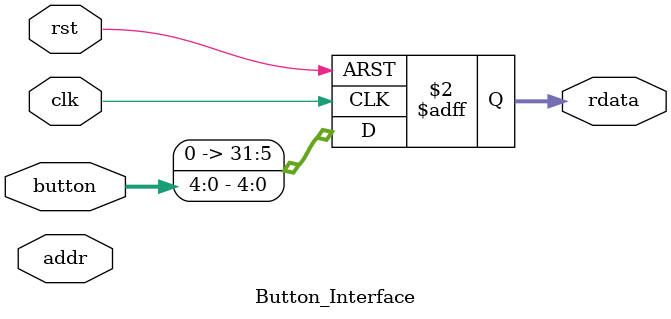
<source format=v>
`timescale 1ns / 1ps


module Button_Interface(
    input  wire         rst,
    input  wire         clk,
    input  wire [31:0]  addr,
    input  wire [ 4:0]  button,
    output  reg [31:0]  rdata
    );
    
    always @(posedge clk or posedge rst) begin
        if(rst) begin
            rdata <= 32'b0; 
        end
        else begin
            rdata <= {27'b0,button};
        end
    end
endmodule

</source>
